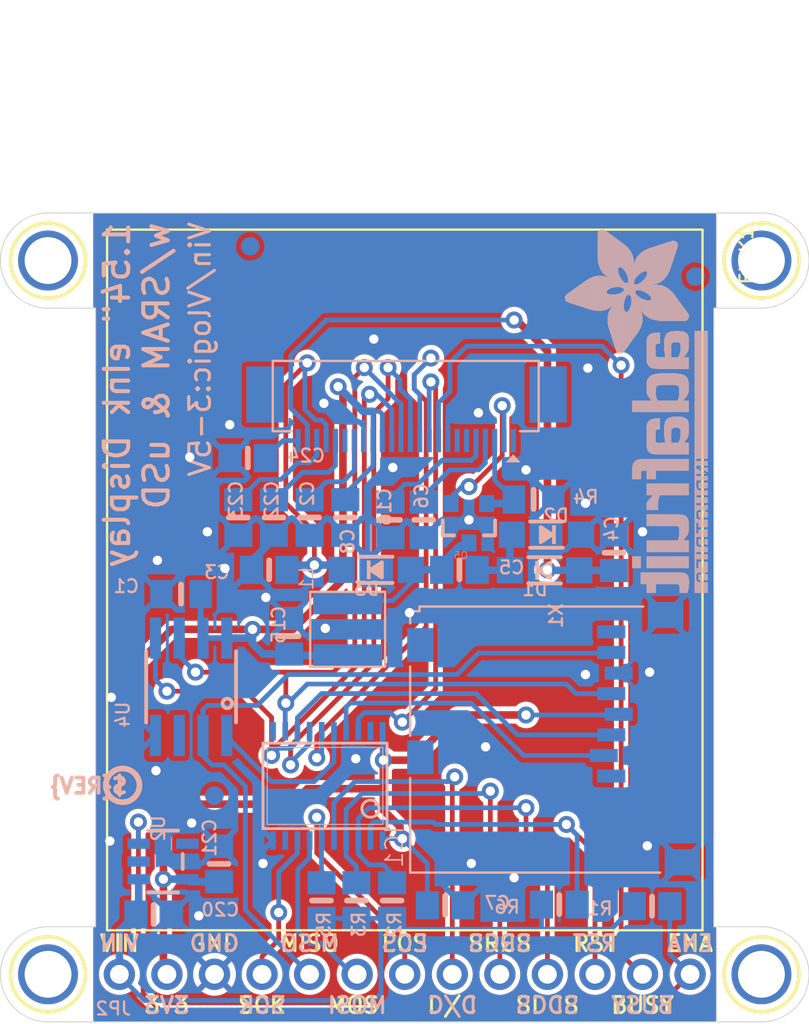
<source format=kicad_pcb>
(kicad_pcb (version 20221018) (generator pcbnew)
  (layers (0 "F.Cu" signal) (31 "B.Cu" signal) (34 "B.Paste" user) (35 "F.Paste" user) (36 "B.SilkS" user "B.Silkscreen") (37 "F.SilkS" user "F.Silkscreen") (38 "B.Mask" user) (39 "F.Mask" user) (44 "Edge.Cuts" user))
  (net 0 "")
  (net 1 "GND")
  (net 2 "3.3V")
  (net 3 "VGH")
  (net 4 "VGL")
  (net 5 "VIN")
  (net 6 "SCLK_3V")
  (net 7 "MOSI_3V")
  (net 8 "DISPCS_3V")
  (net 9 "SRAMCS_3V")
  (net 10 "RESET_3V")
  (net 11 "MISO")
  (net 12 "BUSY")
  (net 13 "RESET")
  (net 14 "SCLK")
  (net 15 "DISPCS")
  (net 16 "SRAMCS")
  (net 17 "SDCS_3V")
  (net 18 "SDCS")
  (net 19 "GDR")
  (net 20 "RESE")
  (net 21 "N$4")
  (net 22 "N$5")
  (net 23 "N$6")
  (net 24 "N$27")
  (net 25 "N$33")
  (net 26 "DC_3V")
  (net 27 "N$2")
  (net 28 "N$3")
  (net 29 "DC")
  (net 30 "MOSI")
  (net 31 "TSCL")
  (net 32 "TSDA")
  (net 33 "ENABLE")
  (net 34 "N$9")
  (footprint "working:MOUNTINGHOLE_2.5_PLATED" (layer "F.Cu") (at 167.5511 124.0536)
    (fp_text reference "U$4" hide)
    (fp_text value "MOUNTINGHOLE2.5" hide)
  )
  (footprint "working:MOUNTINGHOLE_2.5_PLATED" (layer "F.Cu") (at 129.4511 124.0536)
    (fp_text reference "U$3" hide)
    (fp_text value "MOUNTINGHOLE2.5" hide)
  )
  (footprint "working:MOUNTINGHOLE_2.5_PLATED" (layer "F.Cu") (at 167.5511 85.9536)
    (fp_text reference "U$6" hide)
    (fp_text value "MOUNTINGHOLE2.5" hide)
  )
  (footprint "working:MOUNTINGHOLE_2.5_PLATED" (layer "F.Cu") (at 129.4511 85.9536)
    (fp_text reference "U$5" hide)
    (fp_text value "MOUNTINGHOLE2.5" hide)
  )
  (footprint "working:EINK_154IN" (layer "F.Cu") (at 162.3041 92.0026 -90)
    (fp_text reference "EINK1")
    (fp_text value "EINK_EPD0231EINK_154IN_200X200")
  )
  (footprint "working:0805-NO" (layer "B.Cu") (at 145.3261 99.6696 -90)
    (fp_text reference "C8")
    (fp_text value "1uF")
  )
  (footprint "working:0805_10MGAP" (layer "B.Cu") (at 155.3845 98.7044)
    (fp_text reference "R4")
    (fp_text value "0.47ohm")
  )
  (footprint "working:SOT23-3" (layer "B.Cu") (at 151.9301 99.9236)
    (fp_text reference "Q5")
    (fp_text value "IRLML0100")
  )
  (footprint "working:FIDUCIAL_1MM" (layer "B.Cu") (at 140.2461 85.1916 180)
    (fp_text reference "FID3" hide)
    (fp_text value "FIDUCIAL_1MM" hide)
  )
  (footprint "working:1X13_ROUND_70" (layer "B.Cu") (at 148.5011 124.0536)
    (fp_text reference "JP2")
    (fp_text value "")
  )
  (footprint "working:0805-NO" (layer "B.Cu") (at 159.6771 101.5492 90)
    (fp_text reference "C4")
    (fp_text value "1uF/25V")
  )
  (footprint "working:MICROSD" (layer "B.Cu") (at 148.8911 104.4732 -90)
    (fp_text reference "X1")
    (fp_text value "MICROSD")
  )
  (footprint "working:PCBFEAT-REV-040" (layer "B.Cu") (at 133.4371 113.9676 180)
    (fp_text reference "U$9" hide)
    (fp_text value "" hide)
  )
  (footprint "working:0805-NO" (layer "B.Cu") (at 141.2621 102.4636 180)
    (fp_text reference "C3")
    (fp_text value "1uF/25V")
  )
  (footprint "working:0805-NO" (layer "B.Cu") (at 149.5171 99.7966 90)
    (fp_text reference "C6")
    (fp_text value "1uF/10V")
  )
  (footprint "working:0805-NO" (layer "B.Cu") (at 144.0561 120.1166 -90)
    (fp_text reference "R5")
    (fp_text value "100K")
  )
  (footprint "working:0805-NO" (layer "B.Cu") (at 156.7561 120.3306 180)
    (fp_text reference "R6")
    (fp_text value "100K")
  )
  (footprint "working:SOT23-5" (layer "B.Cu") (at 135.5931 118.0326 90)
    (fp_text reference "U2")
    (fp_text value "MIC5225-3.3")
  )
  (footprint "working:SOD-123" (layer "B.Cu") (at 146.9771 102.4636)
    (fp_text reference "D3")
    (fp_text value "MBR0530")
  )
  (footprint "working:ADAFRUIT_TEXT_20MM" (layer "B.Cu") (at 164.6751 84.1286 -90)
    (fp_text reference "U$28" hide)
    (fp_text value "" hide)
  )
  (footprint "working:SOD-123" (layer "B.Cu") (at 156.0703 100.584 180)
    (fp_text reference "D2")
    (fp_text value "MBR0530")
  )
  (footprint "working:SOIC8_150MIL" (layer "B.Cu") (at 137.0921 108.7066 180)
    (fp_text reference "U4")
    (fp_text value "23K640-I/SN")
  )
  (footprint "working:0805-NO" (layer "B.Cu") (at 142.3249 106.0078 -90)
    (fp_text reference "C15")
    (fp_text value "10uF/10V+")
  )
  (footprint "working:0805-NO" (layer "B.Cu") (at 135.0911 120.8616)
    (fp_text reference "C20")
    (fp_text value "10µF")
  )
  (footprint "working:0805-NO" (layer "B.Cu") (at 143.4211 99.6696 90)
    (fp_text reference "C2")
    (fp_text value "1uF/10V")
  )
  (footprint "working:0805_10MGAP" (layer "B.Cu") (at 136.5539 103.7602 180)
    (fp_text reference "C1")
    (fp_text value "1uF")
  )
  (footprint "working:SOD-123" (layer "B.Cu") (at 155.9687 102.489)
    (fp_text reference "D1")
    (fp_text value "MBR0530")
  )
  (footprint "working:0805-NO" (layer "B.Cu") (at 139.6111 99.6696 90)
    (fp_text reference "C23")
    (fp_text value "1uF/25V")
  )
  (footprint "working:0805-NO" (layer "B.Cu") (at 141.5161 99.6696 90)
    (fp_text reference "C22")
    (fp_text value "1uF/25V")
  )
  (footprint "working:0805-NO" (layer "B.Cu") (at 161.7091 120.4176 180)
    (fp_text reference "R1")
    (fp_text value "100K")
  )
  (footprint "working:FIDUCIAL_1MM" (layer "B.Cu") (at 138.3321 114.5166 90)
    (fp_text reference "FID2" hide)
    (fp_text value "FIDUCIAL_1MM" hide)
  )
  (footprint "working:0805-NO" (layer "B.Cu") (at 151.4221 102.4636)
    (fp_text reference "C5")
    (fp_text value "4.7uF/25V")
  )
  (footprint "working:FIDUCIAL_1MM" (layer "B.Cu") (at 164.0271 86.8106 180)
    (fp_text reference "FID1" hide)
    (fp_text value "FIDUCIAL_1MM" hide)
  )
  (footprint "working:INDUCTOR_4X4MM_NR401" (layer "B.Cu") (at 145.4531 105.6386 -90)
    (fp_text reference "L1")
    (fp_text value "10uH")
  )
  (footprint "working:0805-NO" (layer "B.Cu") (at 150.6601 120.3706)
    (fp_text reference "C7")
    (fp_text value "1uF")
  )
  (footprint "working:0805-NO" (layer "B.Cu") (at 147.7391 99.7966 90)
    (fp_text reference "C16")
    (fp_text value "1uF/25V")
  )
  (footprint "working:0805-NO" (layer "B.Cu") (at 140.1191 96.4946)
    (fp_text reference "C24")
    (fp_text value "1uF/6V")
  )
  (footprint "working:TSSOP20" (layer "B.Cu") (at 144.2447 113.9952 180)
    (fp_text reference "IC1")
    (fp_text value "74LVC245PW")
  )
  (footprint "working:0805-NO" (layer "B.Cu") (at 138.5851 118.1596 90)
    (fp_text reference "C21")
    (fp_text value "10µF")
  )
  (footprint "working:0805-NO" (layer "B.Cu") (at 147.8261 120.1166 -90)
    (fp_text reference "R2")
    (fp_text value "100K")
  )
  (footprint "working:0805-NO" (layer "B.Cu") (at 145.9211 120.1166 -90)
    (fp_text reference "R3")
    (fp_text value "100K")
  )
  (gr_arc (start 167.5511 121.5136) (mid 169.347151 122.257549) (end 170.0911 124.0536) (stroke (width 0.05)) (layer "Edge.Cuts"))
  (gr_arc (start 126.9111 85.9536) (mid 127.655049 84.157548) (end 129.451101 83.413599) (stroke (width 0.05)) (layer "Edge.Cuts"))
  (gr_line (start 165.0111 121.5136) (end 165.0111 88.4936) (stroke (width 0.05)) (layer "Edge.Cuts"))
  (gr_line (start 167.5511 121.5136) (end 165.0111 121.5136) (stroke (width 0.05)) (layer "Edge.Cuts"))
  (gr_arc (start 170.0911 85.9536) (mid 169.347151 87.749651) (end 167.5511 88.4936) (stroke (width 0.05)) (layer "Edge.Cuts"))
  (gr_line (start 167.5511 88.4936) (end 165.0111 88.4936) (stroke (width 0.05)) (layer "Edge.Cuts"))
  (gr_arc (start 170.0911 124.0536) (mid 169.347151 125.849651) (end 167.5511 126.5936) (stroke (width 0.05)) (layer "Edge.Cuts"))
  (gr_arc (start 167.5511 83.4136) (mid 169.347151 84.157549) (end 170.0911 85.9536) (stroke (width 0.05)) (layer "Edge.Cuts"))
  (gr_arc (start 129.4511 126.5936) (mid 127.655049 125.849651) (end 126.911101 124.053599) (stroke (width 0.05)) (layer "Edge.Cuts"))
  (gr_line (start 131.9911 121.5136) (end 129.4511 121.5136) (stroke (width 0.05)) (layer "Edge.Cuts"))
  (gr_line (start 131.9911 88.4936) (end 129.4511 88.4936) (stroke (width 0.05)) (layer "Edge.Cuts"))
  (gr_arc (start 129.4511 88.4936) (mid 127.655049 87.749651) (end 126.911101 85.953599) (stroke (width 0.05)) (layer "Edge.Cuts"))
  (gr_arc (start 126.911101 124.053601) (mid 127.655049 122.257549) (end 129.4511 121.5136) (stroke (width 0.05)) (layer "Edge.Cuts"))
  (gr_line (start 131.9911 88.4936) (end 131.9911 121.5136) (stroke (width 0.05)) (layer "Edge.Cuts"))
  (gr_line (start 167.5511 126.5936) (end 129.4511 126.5936) (stroke (width 0.05)) (layer "Edge.Cuts"))
  (gr_line (start 129.4511 83.4136) (end 167.5511 83.4136) (stroke (width 0.05)) (layer "Edge.Cuts"))
  (gr_text "ECS" (at 148.5011 122.4026) (layer "B.SilkS") (effects (font (size 0.8636 0.8636) (thickness 0.1524)) (justify mirror)))
  (gr_text "MISO" (at 143.4211 122.4026) (layer "B.SilkS") (effects (font (size 0.8636 0.8636) (thickness 0.1524)) (justify mirror)))
  (gr_text "Vin/Vlogic:3-5V" (at 138.2141 83.7946 -270) (layer "B.SilkS") (effects (font (size 1.1049 1.1049) (thickness 0.1651)) (justify left bottom mirror)))
  (gr_text "GND" (at 138.3411 122.4026) (layer "B.SilkS") (effects (font (size 0.8636 0.8636) (thickness 0.1524)) (justify mirror)))
  (gr_text "BUSY" (at 161.2011 125.7046) (layer "B.SilkS") (effects (font (size 0.8636 0.8636) (thickness 0.1524)) (justify mirror)))
  (gr_text "SCK" (at 140.8811 125.7046) (layer "B.SilkS") (effects (font (size 0.8636 0.8636) (thickness 0.1524)) (justify mirror)))
  (gr_text "3V3" (at 135.8011 125.7046) (layer "B.SilkS") (effects (font (size 0.8636 0.8636) (thickness 0.1524)) (justify mirror)))
  (gr_text "SRCS" (at 153.5811 122.4026) (layer "B.SilkS") (effects (font (size 0.8636 0.8636) (thickness 0.1524)) (justify mirror)))
  (gr_text "D/C" (at 151.0411 125.7046) (layer "B.SilkS") (effects (font (size 0.8636 0.8636) (thickness 0.1524)) (justify mirror)))
  (gr_text "MOSI" (at 145.9611 125.7046) (layer "B.SilkS") (effects (font (size 0.8636 0.8636) (thickness 0.1524)) (justify mirror)))
  (gr_text "VIN" (at 133.2611 122.4026) (layer "B.SilkS") (effects (font (size 0.8636 0.8636) (thickness 0.1524)) (justify mirror)))
  (gr_text "RST" (at 158.6611 122.4026) (layer "B.SilkS") (effects (font (size 0.8636 0.8636) (thickness 0.1524)) (justify mirror)))
  (gr_text "1.54\" eInk Display\nw/SRAM & uSD" (at 132.3721 83.7946 -270) (layer "B.SilkS") (effects (font (size 1.31064 1.31064) (thickness 0.21336)) (justify left top mirror)))
  (gr_text "ENA" (at 163.7411 122.4026) (layer "B.SilkS") (effects (font (size 0.8636 0.8636) (thickness 0.1524)) (justify mirror)))
  (gr_text "SDCS" (at 156.1211 125.7046) (layer "B.SilkS") (effects (font (size 0.8636 0.8636) (thickness 0.1524)) (justify mirror)))
  (gr_text "SDCS" (at 156.1211 125.7046) (layer "F.SilkS") (effects (font (size 0.8636 0.8636) (thickness 0.1524))))
  (gr_text "SCK" (at 140.8811 125.7046) (layer "F.SilkS") (effects (font (size 0.8636 0.8636) (thickness 0.1524))))
  (gr_text "D/C" (at 151.0411 125.7046) (layer "F.SilkS") (effects (font (size 0.8636 0.8636) (thickness 0.1524))))
  (gr_text "ECS" (at 148.5011 122.4026) (layer "F.SilkS") (effects (font (size 0.8636 0.8636) (thickness 0.1524))))
  (gr_text "VIN" (at 133.2611 122.4026) (layer "F.SilkS") (effects (font (size 0.8636 0.8636) (thickness 0.1524))))
  (gr_text "3V3" (at 135.8011 125.7046) (layer "F.SilkS") (effects (font (size 0.8636 0.8636) (thickness 0.1524))))
  (gr_text "MISO" (at 143.4211 122.4026) (layer "F.SilkS") (effects (font (size 0.8636 0.8636) (thickness 0.1524))))
  (gr_text "SRCS" (at 153.5811 122.4026) (layer "F.SilkS") (effects (font (size 0.8636 0.8636) (thickness 0.1524))))
  (gr_text "MOSI" (at 145.9611 125.7046) (layer "F.SilkS") (effects (font (size 0.8636 0.8636) (thickness 0.1524))))
  (gr_text "ENA" (at 163.7411 122.4026) (layer "F.SilkS") (effects (font (size 0.8636 0.8636) (thickness 0.1524))))
  (gr_text "RST" (at 158.6611 122.4026) (layer "F.SilkS") (effects (font (size 0.8636 0.8636) (thickness 0.1524))))
  (gr_text "GND" (at 138.3411 122.4026) (layer "F.SilkS") (effects (font (size 0.8636 0.8636) (thickness 0.1524))))
  (gr_text "BUSY" (at 161.2011 125.7046) (layer "F.SilkS") (effects (font (size 0.8636 0.8636) (thickness 0.1524))))
  (via (at 161.5821 107.9246) (size 0.9064) (drill 0.5) (layers "F.Cu" "B.Cu") (net 1))
  (via (at 146.8501 90.1446) (size 0.9064) (drill 0.5) (layers "F.Cu" "B.Cu") (net 1))
  (via (at 141.0843 103.9368) (size 0.9064) (drill 0.5) (layers "F.Cu" "B.Cu") (net 1))
  (via (at 147.8661 97.0026) (size 0.9064) (drill 0.5) (layers "F.Cu" "B.Cu") (net 1))
  (via (at 137.9601 100.4316) (size 0.9064) (drill 0.5) (layers "F.Cu" "B.Cu") (net 1))
  (via (at 152.0571 118.1354) (size 0.9064) (drill 0.5) (layers "F.Cu" "B.Cu") (net 1))
  (via (at 139.1539 94.7166) (size 0.9064) (drill 0.5) (layers "F.Cu" "B.Cu") (net 1))
  (via (at 152.4381 94.0816) (size 0.9064) (drill 0.5) (layers "F.Cu" "B.Cu") (net 1))
  (via (at 154.3431 118.8974) (size 0.9064) (drill 0.5) (layers "F.Cu" "B.Cu") (net 1))
  (via (at 158.1531 98.9076) (size 0.9064) (drill 0.5) (layers "F.Cu" "B.Cu") (net 1))
  (via (at 137.0203 96.4438) (size 0.9064) (drill 0.5) (layers "F.Cu" "B.Cu") (net 1))
  (via (at 135.2169 113.1824) (size 0.9064) (drill 0.5) (layers "F.Cu" "B.Cu") (net 1))
  (via (at 144.1831 93.5736) (size 0.9064) (drill 0.5) (layers "F.Cu" "B.Cu") (net 1))
  (via (at 137.5029 120.9294) (size 0.9064) (drill 0.5) (layers "F.Cu" "B.Cu") (net 1))
  (via (at 154.9781 97.1296) (size 0.9064) (drill 0.5) (layers "F.Cu" "B.Cu") (net 1))
  (via (at 151.9301 99.7966) (size 0.9064) (drill 0.5) (layers "F.Cu" "B.Cu") (net 1))
  (via (at 161.2011 100.4316) (size 0.9064) (drill 0.5) (layers "F.Cu" "B.Cu") (net 1))
  (via (at 144.2593 105.5878) (size 0.9064) (drill 0.5) (layers "F.Cu" "B.Cu") (net 1))
  (via (at 148.7551 104.7496) (size 0.9064) (drill 0.5) (layers "F.Cu" "B.Cu") (net 1))
  (via (at 135.2931 101.9556) (size 0.9064) (drill 0.5) (layers "F.Cu" "B.Cu") (net 1))
  (via (at 152.8191 111.9124) (size 0.9064) (drill 0.5) (layers "F.Cu" "B.Cu") (net 1))
  (via (at 132.7531 116.9416) (size 0.9064) (drill 0.5) (layers "F.Cu" "B.Cu") (net 1))
  (via (at 132.8293 109.2708) (size 0.9064) (drill 0.5) (layers "F.Cu" "B.Cu") (net 1))
  (via (at 138.8999 102.3874) (size 0.9064) (drill 0.5) (layers "F.Cu" "B.Cu") (net 1))
  (via (at 158.2801 91.694) (size 0.9064) (drill 0.5) (layers "F.Cu" "B.Cu") (net 1))
  (via (at 158.1531 108.0516) (size 0.9064) (drill 0.5) (layers "F.Cu" "B.Cu") (net 1))
  (via (at 137.1219 115.9764) (size 0.9064) (drill 0.5) (layers "F.Cu" "B.Cu") (net 1))
  (via (at 140.9319 118.1354) (size 0.9064) (drill 0.5) (layers "F.Cu" "B.Cu") (net 1))
  (via (at 145.8849 112.5474) (size 0.9064) (drill 0.5) (layers "F.Cu" "B.Cu") (net 1))
  (via (at 161.4551 117.1956) (size 0.9064) (drill 0.5) (layers "F.Cu" "B.Cu") (net 1))
  (segment (start 140.3121 102.4636) (end 140.3121 102.0166) (width 0.4064) (layer "B.Cu") (net 1))
  (segment (start 144.3101 93.5736) (end 144.1831 93.5736) (width 0.254) (layer "B.Cu") (net 1))
  (segment (start 140.3121 102.0166) (end 141.1351 101.1936) (width 0.4064) (layer "B.Cu") (net 1))
  (segment (start 141.1351 101.1936) (end 141.1351 100.8126) (width 0.4064) (layer "B.Cu") (net 1))
  (segment (start 145.3261 94.5896) (end 144.3101 93.5736) (width 0.254) (layer "B.Cu") (net 1))
  (segment (start 146.3041 94.8056) (end 146.0881 94.5896) (width 0.254) (layer "B.Cu") (net 1))
  (segment (start 150.8041 95.5626) (end 150.8041 94.5726) (width 0.254) (layer "B.Cu") (net 1))
  (segment (start 146.0881 94.5896) (end 145.3261 94.5896) (width 0.254) (layer "B.Cu") (net 1))
  (segment (start 150.8041 94.5726) (end 151.1681 94.2086) (width 0.254) (layer "B.Cu") (net 1))
  (segment (start 146.3041 95.5626) (end 146.3041 94.8056) (width 0.254) (layer "B.Cu") (net 1))
  (segment (start 143.2941 114.1476) (end 147.3581 114.1476) (width 0.4064) (layer "F.Cu") (net 2))
  (segment (start 148.3741 116.8146) (end 148.2471 116.6876) (width 0.4064) (layer "F.Cu") (net 2))
  (segment (start 148.2471 116.6876) (end 148.2471 116.1796) (width 0.4064) (layer "F.Cu") (net 2))
  (segment (start 135.8011 124.0536) (end 135.6106 123.8631) (width 0.4064) (layer "F.Cu") (net 2))
  (segment (start 145.1991 92.9386) (end 144.9451 92.6846) (width 0.4064) (layer "F.Cu") (net 2))
  (segment (start 136.0551 105.6386) (end 140.3731 105.6386) (width 0.4064) (layer "F.Cu") (net 2))
  (segment (start 145.1991 102.9716) (end 145.1991 92.9386) (width 0.4064) (layer "F.Cu") (net 2))
  (segment (start 135.6106 114.9731) (end 134.0231 113.3856) (width 0.4064) (layer "F.Cu") (net 2))
  (segment (start 134.0231 107.6706) (end 136.0551 105.6386) (width 0.4064) (layer "F.Cu") (net 2))
  (segment (start 135.6106 123.8631) (end 135.6106 118.9736) (width 0.4064) (layer "F.Cu") (net 2))
  (segment (start 151.2951 110.2106) (end 154.9781 110.2106) (width 0.4064) (layer "F.Cu") (net 2))
  (segment (start 134.0231 113.3856) (end 134.0231 107.6706) (width 0.4064) (layer "F.Cu") (net 2))
  (segment (start 142.4686 114.9731) (end 143.2941 114.1476) (width 0.4064) (layer "F.Cu") (net 2))
  (segment (start 135.6106 114.9731) (end 142.4686 114.9731) (width 0.4064) (layer "F.Cu") (net 2))
  (segment (start 148.8821 112.6236) (end 147.3581 112.6236) (width 0.4064) (layer "F.Cu") (net 2))
  (segment (start 147.3581 115.2906) (end 147.3581 114.1476) (width 0.4064) (layer "F.Cu") (net 2))
  (segment (start 142.5321 105.6386) (end 145.1991 102.9716) (width 0.4064) (layer "F.Cu") (net 2))
  (segment (start 147.3581 114.1476) (end 147.3581 112.6236) (width 0.4064) (layer "F.Cu") (net 2))
  (segment (start 148.2471 116.1796) (end 147.3581 115.2906) (width 0.4064) (layer "F.Cu") (net 2))
  (segment (start 151.2951 110.2106) (end 148.8821 112.6236) (width 0.4064) (layer "F.Cu") (net 2))
  (segment (start 140.3731 105.6386) (end 142.5321 105.6386) (width 0.4064) (layer "F.Cu") (net 2))
  (segment (start 135.6106 118.9736) (end 135.6106 114.9731) (width 0.4064) (layer "F.Cu") (net 2))
  (via (at 148.3741 116.8146) (size 0.9064) (drill 0.5) (layers "F.Cu" "B.Cu") (net 2))
  (via (at 154.9781 110.2106) (size 0.9064) (drill 0.5) (layers "F.Cu" "B.Cu") (net 2))
  (via (at 140.3731 105.6386) (size 0.9064) (drill 0.5) (layers "F.Cu" "B.Cu") (net 2))
  (via (at 144.9451 92.6846) (size 0.9064) (drill 0.5) (layers "F.Cu" "B.Cu") (net 2))
  (via (at 147.3581 112.6236) (size 0.9064) (drill 0.5) (layers "F.Cu" "B.Cu") (net 2))
  (via (at 135.6106 118.9736) (size 0.9064) (drill 0.5) (layers "F.Cu" "B.Cu") (net 2))
  (segment (start 138.9971 106.1066) (end 137.7271 106.1066) (width 0.3048) (layer "B.Cu") (net 2))
  (segment (start 149.7101 120.3706) (end 149.7101 118.1506) (width 0.254) (layer "B.Cu") (net 2))
  (segment (start 140.3731 106.4006) (end 140.3731 106.1466) (width 0.4064) (layer "B.Cu") (net 2))
  (segment (start 142.4057 107.0386) (end 142.3249 106.9578) (width 0.4064) (layer "B.Cu") (net 2))
  (segment (start 147.3041 94.1546) (end 147.3041 95.5626) (width 0.254) (layer "B.Cu") (net 2))
  (segment (start 147.4181 116.8146) (end 148.3741 116.8146) (width 0.254) (layer "B.Cu") (net 2))
  (segment (start 137.6039 105.9834) (end 137.6039 103.7602) (width 0.3048) (layer "B.Cu") (net 2))
  (segment (start 145.3261 98.3996) (end 145.3261 98.7196) (width 0.254) (layer "B.Cu") (net 2))
  (segment (start 147.3041 94.1546) (end 147.1501 94.0006) (width 0.254) (layer "B.Cu") (net 2))
  (segment (start 146.8041 96.9216) (end 145.3261 98.3996) (width 0.254) (layer "B.Cu") (net 2))
  (segment (start 140.9303 106.9578) (end 140.3731 106.4006) (width 0.4064) (layer "B.Cu") (net 2))
  (segment (start 137.7271 106.1066) (end 137.6039 105.9834) (width 0.3048) (layer "B.Cu") (net 2))
  (segment (start 145.4531 107.0386) (end 142.4057 107.0386) (width 0.4064) (layer "B.Cu") (net 2))
  (segment (start 144.9451 92.6496) (end 144.9451 92.6846) (width 0.4064) (layer "B.Cu") (net 2))
  (segment (start 140.3331 106.1066) (end 140.3731 106.1466) (width 0.4064) (layer "B.Cu") (net 2))
  (segment (start 136.8932 118.9826) (end 136.8842 118.9736) (width 0.4064) (layer "B.Cu") (net 2))
  (segment (start 159.9311 110.2106) (end 154.9781 110.2106) (width 0.254) (layer "B.Cu") (net 2))
  (segment (start 137.0202 119.1096) (end 136.8932 118.9826) (width 0.4064) (layer "B.Cu") (net 2))
  (segment (start 140.3731 106.1466) (end 140.3731 105.6386) (width 0.4064) (layer "B.Cu") (net 2))
  (segment (start 147.1501 94.0006) (end 146.8041 94.0006) (width 0.254) (layer "B.Cu") (net 2))
  (segment (start 142.3249 106.9578) (end 140.9303 106.9578) (width 0.4064) (layer "B.Cu") (net 2))
  (segment (start 147.3197 116.913) (end 147.4181 116.8146) (width 0.254) (layer "B.Cu") (net 2))
  (segment (start 159.9311 110.1732) (end 159.9311 110.2106) (width 0.254) (layer "B.Cu") (net 2))
  (segment (start 146.8041 94.0006) (end 146.2611 94.0006) (width 0.4064) (layer "B.Cu") (net 2))
  (segment (start 138.9971 106.1066) (end 140.3331 106.1066) (width 0.4064) (layer "B.Cu") (net 2))
  (segment (start 136.8842 118.9736) (end 135.6106 118.9736) (width 0.4064) (layer "B.Cu") (net 2))
  (segment (start 146.8041 95.5626) (end 146.8041 96.9216) (width 0.254) (layer "B.Cu") (net 2))
  (segment (start 147.3197 111.0774) (end 147.3197 112.6236) (width 0.3048) (layer "B.Cu") (net 2))
  (segment (start 147.3197 112.6236) (end 147.3581 112.6236) (width 0.3048) (layer "B.Cu") (net 2))
  (segment (start 146.2611 94.0006) (end 144.9451 92.6846) (width 0.4064) (layer "B.Cu") (net 2))
  (segment (start 138.5851 119.1096) (end 137.0202 119.1096) (width 0.4064) (layer "B.Cu") (net 2))
  (segment (start 149.7101 118.1506) (end 148.3741 116.8146) (width 0.254) (layer "B.Cu") (net 2))
  (segment (start 146.8041 95.5626) (end 146.8041 94.0006) (width 0.254) (layer "B.Cu") (net 2))
  (segment (start 143.6751 100.4316) (end 142.1511 98.9076) (width 0.254) (layer "F.Cu") (net 3))
  (segment (start 142.1511 98.9076) (end 142.1511 92.5576) (width 0.254) (layer "F.Cu") (net 3))
  (segment (start 143.6751 102.2096) (end 143.6751 100.4316) (width 0.254) (layer "F.Cu") (net 3))
  (segment (start 142.1511 92.5576) (end 143.2941 91.4146) (width 0.254) (layer "F.Cu") (net 3))
  (via (at 143.2941 91.4146) (size 0.9064) (drill 0.5) (layers "F.Cu" "B.Cu") (net 3))
  (via (at 143.6751 102.2096) (size 0.9064) (drill 0.5) (layers "F.Cu" "B.Cu") (net 3))
  (segment (start 142.5321 102.2096) (end 143.6751 102.2096) (width 0.4064) (layer "B.Cu") (net 3))
  (segment (start 144.3041 94.7106) (end 144.0561 94.4626) (width 0.254) (layer "B.Cu") (net 3))
  (segment (start 143.1671 93.9038) (end 143.1671 91.7956) (width 0.254) (layer "B.Cu") (net 3))
  (segment (start 144.8181 102.4636) (end 144.5641 102.2096) (width 0.4064) (layer "B.Cu") (net 3))
  (segment (start 143.7259 94.4626) (end 143.1671 93.9038) (width 0.254) (layer "B.Cu") (net 3))
  (segment (start 142.4051 102.3366) (end 142.5321 102.2096) (width 0.4064) (layer "B.Cu") (net 3))
  (segment (start 144.5641 102.2096) (end 143.6751 102.2096) (width 0.4064) (layer "B.Cu") (net 3))
  (segment (start 143.2941 91.6686) (end 143.2941 91.4146) (width 0.254) (layer "B.Cu") (net 3))
  (segment (start 143.1671 91.7956) (end 143.2941 91.6686) (width 0.254) (layer "B.Cu") (net 3))
  (segment (start 145.1271 102.4636) (end 144.8181 102.4636) (width 0.4064) (layer "B.Cu") (net 3))
  (segment (start 144.0561 94.4626) (end 143.7259 94.4626) (width 0.254) (layer "B.Cu") (net 3))
  (segment (start 144.3041 95.5626) (end 144.3041 94.7106) (width 0.254) (layer "B.Cu") (net 3))
  (segment (start 142.2121 102.4636) (end 142.2121 102.3366) (width 0.4064) (layer "B.Cu") (net 3))
  (segment (start 142.2121 102.3366) (end 142.4051 102.3366) (width 0.4064) (layer "B.Cu") (net 3))
  (segment (start 156.1211 90.7796) (end 154.4701 89.1286) (width 0.4064) (layer "F.Cu") (net 4))
  (segment (start 156.1211 102.4636) (end 156.1211 90.7796) (width 0.4064) (layer "F.Cu") (net 4))
  (segment (start 154.3431 89.1286) (end 154.4701 89.1286) (width 0.254) (layer "F.Cu") (net 4))
  (via (at 156.1211 102.4636) (size 0.9064) (drill 0.5) (layers "F.Cu" "B.Cu") (net 4))
  (via (at 154.3431 89.1286) (size 0.9064) (drill 0.5) (layers "F.Cu" "B.Cu") (net 4))
  (segment (start 142.4151 91.0236) (end 144.3101 89.1286) (width 0.254) (layer "B.Cu") (net 4))
  (segment (start 144.3101 89.1286) (end 154.3431 89.1286) (width 0.254) (layer "B.Cu") (net 4))
  (segment (start 143.3041 94.7266) (end 142.4151 93.8376) (width 0.254) (layer "B.Cu") (net 4))
  (segment (start 157.8289 102.4992) (end 157.8187 102.489) (width 0.4064) (layer "B.Cu") (net 4))
  (segment (start 142.4151 93.8376) (end 142.4151 91.0236) (width 0.254) (layer "B.Cu") (net 4))
  (segment (start 156.1465 102.489) (end 156.1211 102.4636) (width 0.4064) (layer "B.Cu") (net 4))
  (segment (start 143.3041 95.5626) (end 143.3041 94.7266) (width 0.254) (layer "B.Cu") (net 4))
  (segment (start 159.6771 102.4992) (end 157.8289 102.4992) (width 0.4064) (layer "B.Cu") (net 4))
  (segment (start 157.8187 102.489) (end 156.1465 102.489) (width 0.4064) (layer "B.Cu") (net 4))
  (segment (start 147.1041 121.0666) (end 145.9211 121.0666) (width 0.254) (layer "B.Cu") (net 5))
  (segment (start 147.2311 121.1936) (end 147.1041 121.0666) (width 0.254) (layer "B.Cu") (net 5))
  (segment (start 147.8261 121.6406) (end 147.8261 121.0666) (width 0.254) (layer "B.Cu") (net 5))
  (segment (start 134.293 120.7097) (end 134.1411 120.8616) (width 0.4064) (layer "B.Cu") (net 5))
  (segment (start 134.293 118.9826) (end 134.293 120.7097) (width 0.4064) (layer "B.Cu") (net 5))
  (segment (start 146.8501 125.4506) (end 147.2311 125.0696) (width 0.254) (layer "B.Cu") (net 5))
  (segment (start 133.2611 124.0536) (end 133.2611 121.7416) (width 0.4064) (layer "B.Cu") (net 5))
  (segment (start 147.2311 125.0696) (end 147.2311 121.1936) (width 0.254) (layer "B.Cu") (net 5))
  (segment (start 134.5946 125.4506) (end 133.2611 124.1171) (width 0.254) (layer "B.Cu") (net 5))
  (segment (start 133.2611 124.1171) (end 133.2611 124.0536) (width 0.254) (layer "B.Cu") (net 5))
  (segment (start 147.8261 121.0666) (end 147.1041 121.0666) (width 0.254) (layer "B.Cu") (net 5))
  (segment (start 133.2611 121.7416) (end 134.1411 120.8616) (width 0.4064) (layer "B.Cu") (net 5))
  (segment (start 146.8501 125.4506) (end 134.5946 125.4506) (width 0.254) (layer "B.Cu") (net 5))
  (segment (start 155.8061 121.6406) (end 147.8261 121.6406) (width 0.254) (layer "B.Cu") (net 5))
  (segment (start 145.9211 121.0666) (end 144.0561 121.0666) (width 0.254) (layer "B.Cu") (net 5))
  (segment (start 159.5361 121.6406) (end 155.8061 121.6406) (width 0.254) (layer "B.Cu") (net 5))
  (segment (start 159.5361 121.6406) (end 160.7591 120.4176) (width 0.254) (layer "B.Cu") (net 5))
  (segment (start 155.8061 120.3306) (end 155.8061 121.6406) (width 0.254) (layer "B.Cu") (net 5))
  (segment (start 142.1511 109.5756) (end 142.1511 107.9246) (width 0.254) (layer "F.Cu") (net 6))
  (segment (start 145.8341 92.1766) (end 146.3421 91.6686) (width 0.254) (layer "F.Cu") (net 6))
  (segment (start 144.6911 107.9246) (end 145.8341 106.7816) (width 0.254) (layer "F.Cu") (net 6))
  (segment (start 145.8341 106.7816) (end 145.8341 92.1766) (width 0.254) (layer "F.Cu") (net 6))
  (segment (start 142.1511 107.9246) (end 137.3251 107.9246) (width 0.254) (layer "F.Cu") (net 6))
  (segment (start 144.6911 107.9246) (end 142.1511 107.9246) (width 0.254) (layer "F.Cu") (net 6))
  (via (at 142.1511 109.5756) (size 0.9064) (drill 0.5) (layers "F.Cu" "B.Cu") (net 6))
  (via (at 137.3251 107.9246) (size 0.9064) (drill 0.5) (layers "F.Cu" "B.Cu") (net 6))
  (via (at 146.3421 91.6686) (size 0.9064) (drill 0.5) (layers "F.Cu" "B.Cu") (net 6))
  (segment (start 142.1197 109.607) (end 142.1511 109.5756) (width 0.254) (layer "B.Cu") (net 6))
  (segment (start 157.6507 109.0732) (end 159.5311 109.0732) (width 0.254) (layer "B.Cu") (net 6))
  (segment (start 137.3251 107.9246) (end 136.4571 107.0566) (width 0.254) (layer "B.Cu") (net 6))
  (segment (start 142.1197 111.0774) (end 142.1197 109.734) (width 0.254) (layer "B.Cu") (net 6))
  (segment (start 142.1197 109.734) (end 143.2941 108.5596) (width 0.254) (layer "B.Cu") (net 6))
  (segment (start 157.1371 108.5596) (end 157.6507 109.0732) (width 0.254) (layer "B.Cu") (net 6))
  (segment (start 146.3421 91.6686) (end 148.3041 93.6306) (width 0.254) (layer "B.Cu") (net 6))
  (segment (start 148.3041 93.6306) (end 148.3041 95.5626) (width 0.254) (layer "B.Cu") (net 6))
  (segment (start 136.4571 107.0566) (end 136.4571 106.1066) (width 0.254) (layer "B.Cu") (net 6))
  (segment (start 142.1197 109.734) (end 142.1197 109.607) (width 0.254) (layer "B.Cu") (net 6))
  (segment (start 143.2941 108.5596) (end 157.1371 108.5596) (width 0.254) (layer "B.Cu") (net 6))
  (segment (start 141.3891 112.1156) (end 141.3891 112.3696) (width 0.254) (layer "F.Cu") (net 7))
  (segment (start 146.3421 93.3704) (end 146.6215 93.091) (width 0.254) (layer "F.Cu") (net 7))
  (segment (start 139.9921 108.9406) (end 141.3891 110.3376) (width 0.254) (layer "F.Cu") (net 7))
  (segment (start 146.3421 107.1626) (end 146.3421 93.3704) (width 0.254) (layer "F.Cu") (net 7))
  (segment (start 141.3891 110.3376) (end 141.3891 112.1156) (width 0.254) (layer "F.Cu") (net 7))
  (segment (start 135.8011 108.9406) (end 139.9921 108.9406) (width 0.254) (layer "F.Cu") (net 7))
  (segment (start 146.3421 107.1626) (end 141.3891 112.1156) (width 0.254) (layer "F.Cu") (net 7))
  (via (at 146.6215 93.091) (size 0.9064) (drill 0.5) (layers "F.Cu" "B.Cu") (net 7))
  (via (at 141.3891 112.3696) (size 0.9064) (drill 0.5) (layers "F.Cu" "B.Cu") (net 7))
  (via (at 135.8011 108.9406) (size 0.9064) (drill 0.5) (layers "F.Cu" "B.Cu") (net 7))
  (segment (start 152.3111 109.0676) (end 144.0561 109.0676) (width 0.254) (layer "B.Cu") (net 7))
  (segment (start 142.7697 111.0774) (end 142.7697 111.624) (width 0.254) (layer "B.Cu") (net 7))
  (segment (start 142.7697 111.624) (end 142.4051 111.9886) (width 0.254) (layer "B.Cu") (net 7))
  (segment (start 154.5167 111.2732) (end 152.3111 109.0676) (width 0.254) (layer "B.Cu") (net 7))
  (segment (start 159.5311 111.2732) (end 154.5167 111.2732) (width 0.254) (layer "B.Cu") (net 7))
  (segment (start 147.0025 93.091) (end 146.6215 93.091) (width 0.254) (layer "B.Cu") (net 7))
  (segment (start 135.1871 108.3266) (end 135.8011 108.9406) (width 0.254) (layer "B.Cu") (net 7))
  (segment (start 147.8041 93.8926) (end 147.0025 93.091) (width 0.254) (layer "B.Cu") (net 7))
  (segment (start 147.8041 93.8926) (end 147.8041 95.5626) (width 0.254) (layer "B.Cu") (net 7))
  (segment (start 142.4051 111.9886) (end 141.7701 111.9886) (width 0.254) (layer "B.Cu") (net 7))
  (segment (start 144.0561 109.0676) (end 142.7697 110.354) (width 0.254) (layer "B.Cu") (net 7))
  (segment (start 135.1871 106.1066) (end 135.1871 108.3266) (width 0.254) (layer "B.Cu") (net 7))
  (segment (start 141.7701 111.9886) (end 141.3891 112.3696) (width 0.254) (layer "B.Cu") (net 7))
  (segment (start 142.7697 111.0774) (end 142.7697 110.354) (width 0.254) (layer "B.Cu") (net 7))
  (segment (start 147.6121 91.6686) (end 147.6121 93.3196) (width 0.254) (layer "F.Cu") (net 8))
  (segment (start 146.8501 107.4166) (end 142.4051 111.8616) (width 0.254) (layer "F.Cu") (net 8))
  (segment (start 147.6121 93.3196) (end 146.8501 94.0816) (width 0.254) (layer "F.Cu") (net 8))
  (segment (start 146.8501 94.0816) (end 146.8501 107.4166) (width 0.254) (layer "F.Cu") (net 8))
  (segment (start 142.4051 111.8616) (end 142.4051 112.8776) (width 0.254) (layer "F.Cu") (net 8))
  (via (at 147.6121 91.6686) (size 0.9064) (drill 0.5) (layers "F.Cu" "B.Cu") (net 8))
  (via (at 142.4051 112.8776) (size 0.9064) (drill 0.5) (layers "F.Cu" "B.Cu") (net 8))
  (segment (start 142.4051 112.7506) (end 143.4197 111.736) (width 0.254) (layer "B.Cu") (net 8))
  (segment (start 148.2471 92.3036) (end 147.6121 91.6686) (width 0.254) (layer "B.Cu") (net 8))
  (segment (start 147.9151 91.9716) (end 147.6121 91.6686) (width 0.254) (layer "B.Cu") (net 8))
  (segment (start 143.4197 111.736) (end 143.4197 111.0774) (width 0.254) (layer "B.Cu") (net 8))
  (segment (start 148.2471 92.8116) (end 148.2471 92.3036) (width 0.254) (layer "B.Cu") (net 8))
  (segment (start 148.8041 95.5626) (end 148.8041 93.3686) (width 0.254) (layer "B.Cu") (net 8))
  (segment (start 142.4051 112.8776) (end 142.4051 112.7506) (width 0.254) (layer "B.Cu") (net 8))
  (segment (start 148.8041 93.3686) (end 148.2471 92.8116) (width 0.254) (layer "B.Cu") (net 8))
  (segment (start 143.6751 113.7666) (end 141.3891 113.7666) (width 0.254) (layer "B.Cu") (net 9))
  (segment (start 141.3891 113.7666) (end 138.9291 111.3066) (width 0.254) (layer "B.Cu") (net 9))
  (segment (start 138.9761 111.3276) (end 138.9971 111.3066) (width 0.254) (layer "B.Cu") (net 9))
  (segment (start 138.9291 111.3066) (end 138.9971 111.3066) (width 0.254) (layer "B.Cu") (net 9))
  (segment (start 144.7197 112.722) (end 143.6751 113.7666) (width 0.254) (layer "B.Cu") (net 9))
  (segment (start 144.7197 111.0774) (end 144.7197 112.722) (width 0.254) (layer "B.Cu") (net 9))
  (segment (start 148.3741 110.5916) (end 150.1521 108.8136) (width 0.254) (layer "F.Cu") (net 10))
  (segment (start 150.1521 108.8136) (end 150.1521 92.6846) (width 0.254) (layer "F.Cu") (net 10))
  (segment (start 150.1521 92.6846) (end 149.8981 92.4306) (width 0.254) (layer "F.Cu") (net 10))
  (via (at 148.3741 110.5916) (size 0.9064) (drill 0.5) (layers "F.Cu" "B.Cu") (net 10))
  (via (at 149.8981 92.4306) (size 0.9064) (drill 0.5) (layers "F.Cu" "B.Cu") (net 10))
  (segment (start 147.7391 110.0836) (end 148.2471 110.5916) (width 0.254) (layer "B.Cu") (net 10))
  (segment (start 146.0197 110.406) (end 146.3421 110.0836) (width 0.254) (layer "B.Cu") (net 10))
  (segment (start 149.8041 95.5626) (end 149.8041 92.5246) (width 0.254) (layer "B.Cu") (net 10))
  (segment (start 149.8981 92.4306) (end 149.8041 92.5246) (width 0.254) (layer "B.Cu") (net 10))
  (segment (start 148.2471 110.5916) (end 148.3741 110.5916) (width 0.254) (layer "B.Cu") (net 10))
  (segment (start 146.3421 110.0836) (end 147.7391 110.0836) (width 0.254) (layer "B.Cu") (net 10))
  (segment (start 146.0197 111.0774) (end 146.0197 110.406) (width 0.254) (layer "B.Cu") (net 10))
  (segment (start 137.7271 110.0073) (end 137.7271 111.3066) (width 0.254) (layer "B.Cu") (net 11))
  (segment (start 139.9921 114.0206) (end 139.9921 120.6246) (width 0.254) (layer "B.Cu") (net 11))
  (segment (start 137.7061 112.3696) (end 137.7061 112.3696) (width 0.254) (layer "B.Cu") (net 11))
  (segment (start 158.7881 106.9086) (end 158.8235 106.8732) (width 0.254) (layer "B.Cu") (net 11))
  (segment (start 138.2141 112.8776) (end 137.7061 112.3696) (width 0.254) (layer "B.Cu") (net 11))
  (segment (start 139.9921 114.0206) (end 138.8491 112.8776) (width 0.254) (layer "B.Cu") (net 11))
  (segment (start 137.7271 112.3189) (end 137.7271 111.3066) (width 0.254) (layer "B.Cu") (net 11))
  (segment (start 140.6271 109.7026) (end 137.9601 109.7026) (width 0.254) (layer "B.Cu") (net 11))
  (segment (start 138.8491 112.8776) (end 138.2141 112.8776) (width 0.254) (layer "B.Cu") (net 11))
  (segment (start 142.2781 108.0516) (end 151.2951 108.0516) (width 0.254) (layer "B.Cu") (net 11))
  (segment (start 139.9921 120.6246) (end 143.4211 124.0536) (width 0.254) (layer "B.Cu") (net 11))
  (segment (start 151.2951 108.0516) (end 152.4381 106.9086) (width 0.254) (layer "B.Cu") (net 11))
  (segment (start 137.7061 112.3696) (end 137.7271 112.3189) (width 0.254) (layer "B.Cu") (net 11))
  (segment (start 152.4381 106.9086) (end 158.7881 106.9086) (width 0.254) (layer "B.Cu") (net 11))
  (segment (start 137.9601 109.7026) (end 137.7061 109.9566) (width 0.254) (layer "B.Cu") (net 11))
  (segment (start 137.7061 109.9566) (end 137.7061 109.956599) (width 0.254) (layer "B.Cu") (net 11))
  (segment (start 137.7061 109.956599) (end 137.7271 110.0073) (width 0.254) (layer "B.Cu") (net 11))
  (segment (start 159.5311 106.8732) (end 158.8235 106.8732) (width 0.254) (layer "B.Cu") (net 11))
  (segment (start 142.2781 108.0516) (end 140.6271 109.7026) (width 0.254) (layer "B.Cu") (net 11))
  (segment (start 161.1376 124.0536) (end 161.2011 124.0536) (width 0.254) (layer "F.Cu") (net 12))
  (segment (start 160.0581 122.9741) (end 161.1376 124.0536) (width 0.254) (layer "F.Cu") (net 12))
  (segment (start 160.0581 91.5416) (end 160.0581 122.9741) (width 0.254) (layer "F.Cu") (net 12))
  (via (at 160.0581 91.5416) (size 0.9064) (drill 0.5) (layers "F.Cu" "B.Cu") (net 12))
  (segment (start 150.3041 93.5486) (end 150.9141 92.9386) (width 0.254) (layer "B.Cu") (net 12))
  (segment (start 151.8031 90.5256) (end 159.0421 90.5256) (width 0.254) (layer "B.Cu") (net 12))
  (segment (start 150.3041 95.5626) (end 150.3041 93.5486) (width 0.254) (layer "B.Cu") (net 12))
  (segment (start 150.9141 92.9386) (end 150.9141 91.4146) (width 0.254) (layer "B.Cu") (net 12))
  (segment (start 159.0421 90.5256) (end 160.0581 91.5416) (width 0.254) (layer "B.Cu") (net 12))
  (segment (start 150.9141 91.4146) (end 151.8031 90.5256) (width 0.254) (layer "B.Cu") (net 12))
  (segment (start 157.1371 116.0526) (end 158.6611 117.5766) (width 0.254) (layer "F.Cu") (net 13))
  (segment (start 158.6611 117.5766) (end 158.6611 124.0536) (width 0.254) (layer "F.Cu") (net 13))
  (via (at 157.1371 116.0526) (size 0.9064) (drill 0.5) (layers "F.Cu" "B.Cu") (net 13))
  (segment (start 157.7061 120.3306) (end 157.7061 116.6216) (width 0.254) (layer "B.Cu") (net 13))
  (segment (start 146.8501 115.9256) (end 150.0251 115.9256) (width 0.254) (layer "B.Cu") (net 13))
  (segment (start 157.7061 116.6216) (end 157.1371 116.0526) (width 0.254) (layer "B.Cu") (net 13))
  (segment (start 150.1521 116.0526) (end 157.1371 116.0526) (width 0.254) (layer "B.Cu") (net 13))
  (segment (start 146.6697 116.106) (end 146.8501 115.9256) (width 0.254) (layer "B.Cu") (net 13))
  (segment (start 146.6697 116.913) (end 146.6697 116.106) (width 0.254) (layer "B.Cu") (net 13))
  (segment (start 150.0251 115.9256) (end 150.1521 116.0526) (width 0.254) (layer "B.Cu") (net 13))
  (segment (start 141.7701 120.7516) (end 141.7701 122.2121) (width 0.254) (layer "F.Cu") (net 14))
  (segment (start 141.7701 122.2121) (end 140.8811 123.1011) (width 0.254) (layer "F.Cu") (net 14))
  (segment (start 140.8811 123.1011) (end 140.8811 124.0536) (width 0.254) (layer "F.Cu") (net 14))
  (via (at 141.7701 120.7516) (size 0.9064) (drill 0.5) (layers "F.Cu" "B.Cu") (net 14))
  (segment (start 142.7697 116.913) (end 142.7697 117.593) (width 0.254) (layer "B.Cu") (net 14))
  (segment (start 141.7701 118.5926) (end 141.7701 120.7516) (width 0.254) (layer "B.Cu") (net 14))
  (segment (start 142.7697 117.593) (end 141.7701 118.5926) (width 0.254) (layer "B.Cu") (net 14))
  (segment (start 143.8021 117.5766) (end 148.5011 122.2756) (width 0.254) (layer "F.Cu") (net 15))
  (segment (start 143.8021 115.6716) (end 143.8021 117.5766) (width 0.254) (layer "F.Cu") (net 15))
  (segment (start 148.5011 122.2756) (end 148.5011 124.0536) (width 0.254) (layer "F.Cu") (net 15))
  (via (at 143.8021 115.6716) (size 0.9064) (drill 0.5) (layers "F.Cu" "B.Cu") (net 15))
  (segment (start 144.0561 116.9266) (end 144.0561 119.1666) (width 0.254) (layer "B.Cu") (net 15))
  (segment (start 144.0697 116.913) (end 144.0561 116.9266) (width 0.254) (layer "B.Cu") (net 15))
  (segment (start 144.0697 116.913) (end 144.0697 115.9392) (width 0.254) (layer "B.Cu") (net 15))
  (segment (start 144.0697 115.9392) (end 143.8021 115.6716) (width 0.254) (layer "B.Cu") (net 15))
  (segment (start 153.5811 124.0536) (end 153.5811 119.8626) (width 0.254) (layer "F.Cu") (net 16))
  (segment (start 153.5811 119.8626) (end 153.0731 119.3546) (width 0.254) (layer "F.Cu") (net 16))
  (segment (start 153.0731 119.3546) (end 153.0731 114.2746) (width 0.254) (layer "F.Cu") (net 16))
  (via (at 153.0731 114.2746) (size 0.9064) (drill 0.5) (layers "F.Cu" "B.Cu") (net 16))
  (segment (start 145.3697 117.7472) (end 145.9211 118.2986) (width 0.254) (layer "B.Cu") (net 16))
  (segment (start 145.3697 116.913) (end 145.3697 117.7472) (width 0.254) (layer "B.Cu") (net 16))
  (segment (start 152.9461 114.4016) (end 153.0731 114.2746) (width 0.254) (layer "B.Cu") (net 16))
  (segment (start 146.2151 114.4016) (end 152.9461 114.4016) (width 0.254) (layer "B.Cu") (net 16))
  (segment (start 145.3697 116.913) (end 145.3697 115.247) (width 0.254) (layer "B.Cu") (net 16))
  (segment (start 145.3697 115.247) (end 146.2151 114.4016) (width 0.254) (layer "B.Cu") (net 16))
  (segment (start 145.9211 118.2986) (end 145.9211 119.1666) (width 0.254) (layer "B.Cu") (net 16))
  (segment (start 145.3697 111.0774) (end 145.3697 109.786) (width 0.254) (layer "B.Cu") (net 17))
  (segment (start 152.0571 109.5756) (end 154.8547 112.3732) (width 0.254) (layer "B.Cu") (net 17))
  (segment (start 152.0571 109.5756) (end 145.5801 109.5756) (width 0.254) (layer "B.Cu") (net 17))
  (segment (start 145.3697 109.786) (end 145.5801 109.5756) (width 0.254) (layer "B.Cu") (net 17))
  (segment (start 154.8547 112.3732) (end 159.1311 112.3732) (width 0.254) (layer "B.Cu") (net 17))
  (segment (start 154.9781 117.5766) (end 154.9781 115.1636) (width 0.254) (layer "F.Cu") (net 18))
  (segment (start 156.1211 124.0536) (end 156.1211 118.7196) (width 0.254) (layer "F.Cu") (net 18))
  (segment (start 156.1211 118.7196) (end 154.9781 117.5766) (width 0.254) (layer "F.Cu") (net 18))
  (via (at 154.9781 115.1636) (size 0.9064) (drill 0.5) (layers "F.Cu" "B.Cu") (net 18))
  (segment (start 146.5961 115.1636) (end 154.9781 115.1636) (width 0.254) (layer "B.Cu") (net 18))
  (segment (start 147.7391 118.5926) (end 147.7391 119.0796) (width 0.254) (layer "B.Cu") (net 18))
  (segment (start 146.5961 118.2116) (end 147.3581 118.2116) (width 0.254) (layer "B.Cu") (net 18))
  (segment (start 147.3581 118.2116) (end 147.7391 118.5926) (width 0.254) (layer "B.Cu") (net 18))
  (segment (start 146.0197 115.74) (end 146.5961 115.1636) (width 0.254) (layer "B.Cu") (net 18))
  (segment (start 146.0197 116.913) (end 146.0197 117.6352) (width 0.254) (layer "B.Cu") (net 18))
  (segment (start 146.0197 117.6352) (end 146.5961 118.2116) (width 0.254) (layer "B.Cu") (net 18))
  (segment (start 146.0197 116.913) (end 146.0197 115.74) (width 0.254) (layer "B.Cu") (net 18))
  (segment (start 147.7391 119.0796) (end 147.8261 119.1666) (width 0.254) (layer "B.Cu") (net 18))
  (segment (start 152.0571 98.0186) (end 151.9301 98.0186) (width 0.254) (layer "F.Cu") (net 19))
  (segment (start 153.7081 96.3676) (end 152.0571 98.0186) (width 0.254) (layer "F.Cu") (net 19))
  (segment (start 153.7081 96.3676) (end 153.7081 93.7006) (width 0.254) (layer "F.Cu") (net 19))
  (via (at 151.9301 98.0186) (size 0.9064) (drill 0.5) (layers "F.Cu" "B.Cu") (net 19))
  (via (at 153.7081 93.7006) (size 0.9064) (drill 0.5) (layers "F.Cu" "B.Cu") (net 19))
  (segment (start 151.5541 98.0186) (end 151.9301 98.0186) (width 0.254) (layer "B.Cu") (net 19))
  (segment (start 153.8041 95.5626) (end 153.8041 93.7966) (width 0.254) (layer "B.Cu") (net 19))
  (segment (start 150.9801 98.9236) (end 150.9801 98.5926) (width 0.254) (layer "B.Cu") (net 19))
  (segment (start 153.8041 93.7966) (end 153.7081 93.7006) (width 0.254) (layer "B.Cu") (net 19))
  (segment (start 150.9801 98.5926) (end 151.5541 98.0186) (width 0.254) (layer "B.Cu") (net 19))
  (segment (start 153.3041 97.674) (end 154.2997 98.6696) (width 0.254) (layer "B.Cu") (net 20))
  (segment (start 154.3345 98.7044) (end 154.2997 98.6696) (width 0.4064) (layer "B.Cu") (net 20))
  (segment (start 154.1153 98.9236) (end 154.3345 98.7044) (width 0.4064) (layer "B.Cu") (net 20))
  (segment (start 153.3041 95.5626) (end 153.3041 97.674) (width 0.254) (layer "B.Cu") (net 20))
  (segment (start 152.8801 98.9236) (end 154.1153 98.9236) (width 0.4064) (layer "B.Cu") (net 20))
  (segment (start 152.3041 96.3746) (end 152.0571 96.6216) (width 0.254) (layer "B.Cu") (net 21))
  (segment (start 149.2051 97.8916) (end 148.5011 97.8916) (width 0.254) (layer "B.Cu") (net 21))
  (segment (start 152.0571 96.6216) (end 150.4751 96.6216) (width 0.254) (layer "B.Cu") (net 21))
  (segment (start 152.3041 95.5626) (end 152.3041 96.3746) (width 0.254) (layer "B.Cu") (net 21))
  (segment (start 147.7391 98.6536) (end 147.7391 98.8466) (width 0.254) (layer "B.Cu") (net 21))
  (segment (start 150.4751 96.6216) (end 149.2051 97.8916) (width 0.254) (layer "B.Cu") (net 21))
  (segment (start 148.5011 97.8916) (end 147.7391 98.6536) (width 0.254) (layer "B.Cu") (net 21))
  (segment (start 145.1991 97.7646) (end 144.3101 97.7646) (width 0.254) (layer "B.Cu") (net 22))
  (segment (start 145.8041 95.5626) (end 145.8041 97.1596) (width 0.254) (layer "B.Cu") (net 22))
  (segment (start 143.4211 98.6536) (end 143.4211 98.7196) (width 0.254) (layer "B.Cu") (net 22))
  (segment (start 144.3101 97.7646) (end 143.4211 98.6536) (width 0.254) (layer "B.Cu") (net 22))
  (segment (start 145.8041 97.1596) (end 145.1991 97.7646) (width 0.254) (layer "B.Cu") (net 22))
  (segment (start 141.620234 98.676466) (end 141.5161 98.7196) (width 0.254) (layer "B.Cu") (net 23))
  (segment (start 141.620234 98.676466) (end 141.620234 98.676466) (width 0.254) (layer "B.Cu") (net 23))
  (segment (start 144.4371 97.2566) (end 143.0401 97.2566) (width 0.254) (layer "B.Cu") (net 23))
  (segment (start 144.8041 95.5626) (end 144.8041 96.8896) (width 0.254) (layer "B.Cu") (net 23))
  (segment (start 144.8041 96.8896) (end 144.4371 97.2566) (width 0.254) (layer "B.Cu") (net 23))
  (segment (start 143.0401 97.2566) (end 141.620234 98.676466) (width 0.254) (layer "B.Cu") (net 23))
  (segment (start 139.6111 98.7806) (end 139.6111 98.7196) (width 0.254) (layer "B.Cu") (net 24))
  (segment (start 143.8041 95.5626) (end 143.8041 96.3656) (width 0.254) (layer "B.Cu") (net 24))
  (segment (start 141.8971 97.6376) (end 140.7541 97.6376) (width 0.254) (layer "B.Cu") (net 24))
  (segment (start 140.7541 97.6376) (end 139.6111 98.7806) (width 0.254) (layer "B.Cu") (net 24))
  (segment (start 143.8041 96.3656) (end 143.4211 96.7486) (width 0.254) (layer "B.Cu") (net 24))
  (segment (start 142.7861 96.7486) (end 141.8971 97.6376) (width 0.254) (layer "B.Cu") (net 24))
  (segment (start 143.4211 96.7486) (end 142.7861 96.7486) (width 0.254) (layer "B.Cu") (net 24))
  (segment (start 142.8041 95.5626) (end 142.0011 95.5626) (width 0.254) (layer "B.Cu") (net 25))
  (segment (start 142.0011 95.5626) (end 141.0691 96.4946) (width 0.254) (layer "B.Cu") (net 25))
  (segment (start 149.0091 92.0496) (end 149.0091 92.8116) (width 0.254) (layer "F.Cu") (net 26))
  (segment (start 149.0091 92.8116) (end 149.6441 93.4466) (width 0.254) (layer "F.Cu") (net 26))
  (segment (start 149.6441 93.4466) (end 149.6441 105.5116) (width 0.254) (layer "F.Cu") (net 26))
  (segment (start 149.6441 105.5116) (end 143.8021 111.3536) (width 0.254) (layer "F.Cu") (net 26))
  (segment (start 143.8021 111.3536) (end 143.8021 112.4966) (width 0.254) (layer "F.Cu") (net 26))
  (segment (start 149.8981 91.1606) (end 149.0091 92.0496) (width 0.254) (layer "F.Cu") (net 26))
  (via (at 143.8021 112.4966) (size 0.9064) (drill 0.5) (layers "F.Cu" "B.Cu") (net 26))
  (via (at 149.8981 91.1606) (size 0.9064) (drill 0.5) (layers "F.Cu" "B.Cu") (net 26))
  (segment (start 143.8021 112.4966) (end 143.9427 112.356) (width 0.254) (layer "B.Cu") (net 26))
  (segment (start 143.9427 112.356) (end 144.0697 112.356) (width 0.254) (layer "B.Cu") (net 26))
  (segment (start 144.0697 111.0774) (end 144.0697 112.356) (width 0.254) (layer "B.Cu") (net 26))
  (segment (start 149.3041 95.5626) (end 149.3041 93.1066) (width 0.254) (layer "B.Cu") (net 26))
  (segment (start 149.0091 92.8116) (end 149.0091 92.0496) (width 0.254) (layer "B.Cu") (net 26))
  (segment (start 149.0091 92.0496) (end 149.8981 91.1606) (width 0.254) (layer "B.Cu") (net 26))
  (segment (start 149.3041 93.1066) (end 149.0091 92.8116) (width 0.254) (layer "B.Cu") (net 26))
  (segment (start 152.3721 102.489) (end 152.3721 102.4636) (width 0.4064) (layer "B.Cu") (net 27))
  (segment (start 154.2203 100.584) (end 154.1187 100.584) (width 0.4064) (layer "B.Cu") (net 27))
  (segment (start 154.1187 100.584) (end 154.1187 102.489) (width 0.4064) (layer "B.Cu") (net 27))
  (segment (start 154.1187 102.489) (end 152.3721 102.489) (width 0.4064) (layer "B.Cu") (net 27))
  (segment (start 150.4721 102.1436) (end 151.4221 101.1936) (width 0.4064) (layer "B.Cu") (net 28))
  (segment (start 148.8271 103.1536) (end 147.8661 104.1146) (width 0.254) (layer "B.Cu") (net 28))
  (segment (start 147.8661 104.1146) (end 145.5771 104.1146) (width 0.254) (layer "B.Cu") (net 28))
  (segment (start 148.7001 102.4636) (end 148.8271 102.4636) (width 0.4064) (layer "B.Cu") (net 28))
  (segment (start 151.7601 101.1936) (end 151.9301 101.0236) (width 0.4064) (layer "B.Cu") (net 28))
  (segment (start 150.4721 102.4636) (end 148.8271 102.4636) (width 0.4064) (layer "B.Cu") (net 28))
  (segment (start 150.4721 102.4636) (end 150.4721 102.1436) (width 0.4064) (layer "B.Cu") (net 28))
  (segment (start 151.4221 101.1936) (end 151.7601 101.1936) (width 0.4064) (layer "B.Cu") (net 28))
  (segment (start 148.8271 102.4636) (end 148.8271 103.1536) (width 0.254) (layer "B.Cu") (net 28))
  (segment (start 145.5771 104.1146) (end 145.4531 104.2386) (width 0.254) (layer "B.Cu") (net 28))
  (segment (start 151.0411 124.0536) (end 151.0411 113.6396) (width 0.254) (layer "F.Cu") (net 29))
  (segment (start 151.0411 113.6396) (end 151.1681 113.5126) (width 0.254) (layer "F.Cu") (net 29))
  (via (at 151.1681 113.5126) (size 0.9064) (drill 0.5) (layers "F.Cu" "B.Cu") (net 29))
  (segment (start 144.7197 114.881) (end 145.8341 113.7666) (width 0.254) (layer "B.Cu") (net 29))
  (segment (start 145.8341 113.7666) (end 150.9141 113.7666) (width 0.254) (layer "B.Cu") (net 29))
  (segment (start 144.7197 116.913) (end 144.7197 114.881) (width 0.254) (layer "B.Cu") (net 29))
  (segment (start 150.9141 113.7666) (end 151.1681 113.5126) (width 0.254) (layer "B.Cu") (net 29))
  (segment (start 142.7861 118.4656) (end 142.7861 121.7676) (width 0.254) (layer "B.Cu") (net 30))
  (segment (start 143.4211 122.4026) (end 144.0561 122.4026) (width 0.254) (layer "B.Cu") (net 30))
  (segment (start 142.7861 121.7676) (end 143.4211 122.4026) (width 0.254) (layer "B.Cu") (net 30))
  (segment (start 143.4197 117.832) (end 142.7861 118.4656) (width 0.254) (layer "B.Cu") (net 30))
  (segment (start 145.7071 124.0536) (end 145.9611 124.0536) (width 0.254) (layer "B.Cu") (net 30))
  (segment (start 144.0561 122.4026) (end 145.7071 124.0536) (width 0.254) (layer "B.Cu") (net 30))
  (segment (start 143.4197 116.913) (end 143.4197 117.832) (width 0.254) (layer "B.Cu") (net 30))
  (segment (start 134.2771 122.9106) (end 134.5311 123.1646) (width 0.254) (layer "F.Cu") (net 33))
  (segment (start 134.2771 115.9256) (end 134.2771 122.9106) (width 0.254) (layer "F.Cu") (net 33))
  (segment (start 161.7091 126.0856) (end 163.7411 124.0536) (width 0.254) (layer "F.Cu") (net 33))
  (segment (start 135.5471 126.0856) (end 161.7091 126.0856) (width 0.254) (layer "F.Cu") (net 33))
  (segment (start 134.5311 125.0696) (end 135.5471 126.0856) (width 0.254) (layer "F.Cu") (net 33))
  (segment (start 134.5311 123.1646) (end 134.5311 125.0696) (width 0.254) (layer "F.Cu") (net 33))
  (via (at 134.2771 115.9256) (size 0.9064) (drill 0.5) (layers "F.Cu" "B.Cu") (net 33))
  (segment (start 162.6591 122.9716) (end 163.7411 124.0536) (width 0.254) (layer "B.Cu") (net 33))
  (segment (start 134.307 117.0686) (end 134.293 117.0826) (width 0.254) (layer "B.Cu") (net 33))
  (segment (start 162.6591 120.4176) (end 162.6591 122.9716) (width 0.254) (layer "B.Cu") (net 33))
  (segment (start 134.2771 117.0387) (end 134.2771 115.9256) (width 0.254) (layer "B.Cu") (net 33))
  (segment (start 134.307 117.0686) (end 134.2771 117.0387) (width 0.254) (layer "B.Cu") (net 33))
  (segment (start 149.5171 98.5266) (end 149.5171 98.8466) (width 0.254) (layer "B.Cu") (net 34))
  (segment (start 150.9141 97.1296) (end 149.5171 98.5266) (width 0.254) (layer "B.Cu") (net 34))
  (segment (start 152.8041 96.7636) (end 152.4381 97.1296) (width 0.254) (layer "B.Cu") (net 34))
  (segment (start 152.4381 97.1296) (end 150.9141 97.1296) (width 0.254) (layer "B.Cu") (net 34))
  (segment (start 152.8041 95.5626) (end 152.8041 96.7636) (width 0.254) (layer "B.Cu") (net 34))
  (zone (net 1) (net_name "GND") (layer "F.Cu") (priority 6) (connect_pads (clearance 0.254)) (min_thickness 0.127) (fill yes (thermal_gap 0.304) (thermal_bridge_width 0.304))
    (polygon (pts (xy 165.1381 126.7206) (xy 131.8641 126.7206) (xy 131.8641 83.2866) (xy 165.1381 83.2866)))
  )
  (zone (net 1) (net_name "GND") (layer "B.Cu") (priority 6) (connect_pads (clearance 0.254)) (min_thickness 0.127) (fill yes (thermal_gap 0.304) (thermal_bridge_width 0.304))
    (polygon (pts (xy 165.1381 126.5936) (xy 131.8641 126.5936) (xy 131.8641 83.2866) (xy 165.1381 83.2866)))
  )
)
</source>
